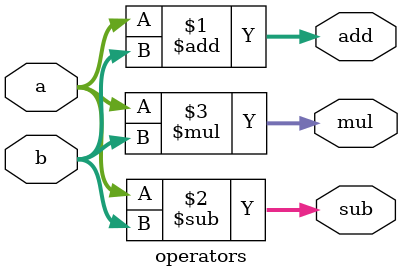
<source format=v>
module operators(a,b,add,sub,mul);
	input [1:0]a,b;
        output [1:0]add,sub;
	output [5:0]mul;
assign add=a+b;
assign sub=a-b;
assign mul=a*b;
endmodule

</source>
